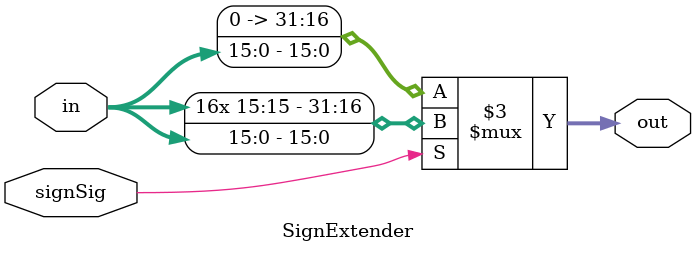
<source format=v>
module SignExtender(out, in, signSig);
	// Input declaration(s)
	input [15:0]in;
	input signSig;
	// Output declaration(s)
	output reg [31:0]out;
	
	
	
	//	Whenever input in changes, extend it to out
	always@(in) begin
		// If sign extend signal is 1, extend with sign
		if (signSig) begin
			out = {{16{in[15]}}, in[15:0]};
		end
		
		// Else zero extend
		else begin
			out = {16'b0, in[15:0]};
		end
	end
endmodule
</source>
